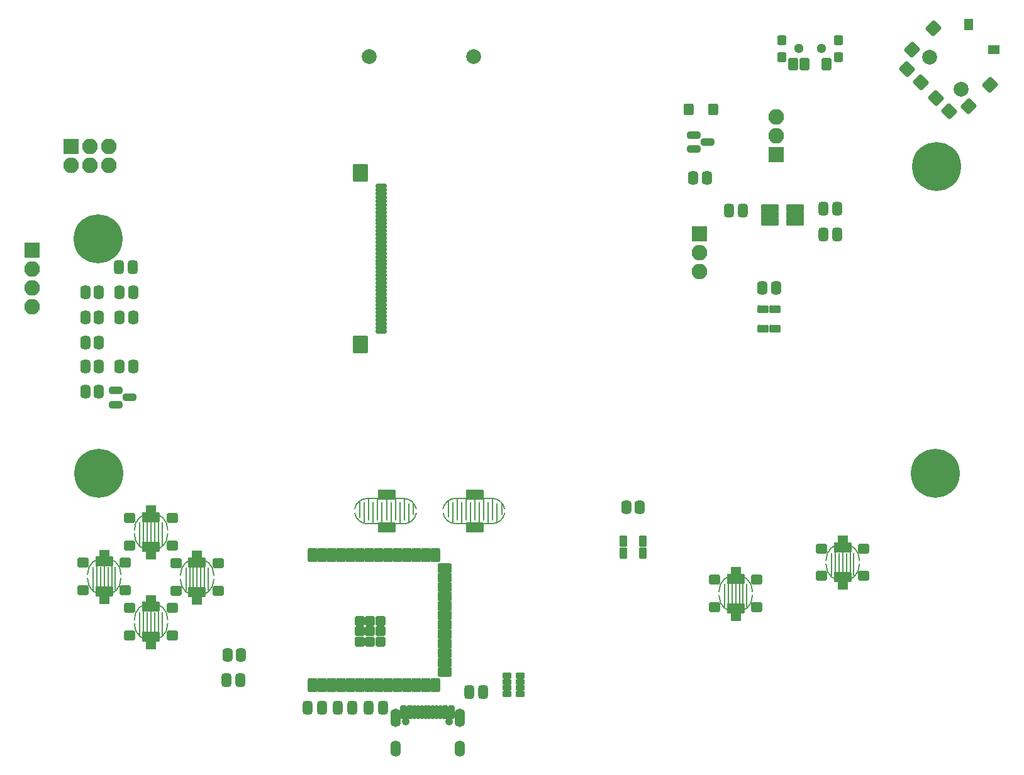
<source format=gbr>
%TF.GenerationSoftware,KiCad,Pcbnew,(6.0.11)*%
%TF.CreationDate,2023-04-07T14:31:02-05:00*%
%TF.ProjectId,GamePip-Back,47616d65-5069-4702-9d42-61636b2e6b69,rev?*%
%TF.SameCoordinates,Original*%
%TF.FileFunction,Soldermask,Top*%
%TF.FilePolarity,Negative*%
%FSLAX46Y46*%
G04 Gerber Fmt 4.6, Leading zero omitted, Abs format (unit mm)*
G04 Created by KiCad (PCBNEW (6.0.11)) date 2023-04-07 14:31:02*
%MOMM*%
%LPD*%
G01*
G04 APERTURE LIST*
G04 Aperture macros list*
%AMRoundRect*
0 Rectangle with rounded corners*
0 $1 Rounding radius*
0 $2 $3 $4 $5 $6 $7 $8 $9 X,Y pos of 4 corners*
0 Add a 4 corners polygon primitive as box body*
4,1,4,$2,$3,$4,$5,$6,$7,$8,$9,$2,$3,0*
0 Add four circle primitives for the rounded corners*
1,1,$1+$1,$2,$3*
1,1,$1+$1,$4,$5*
1,1,$1+$1,$6,$7*
1,1,$1+$1,$8,$9*
0 Add four rect primitives between the rounded corners*
20,1,$1+$1,$2,$3,$4,$5,0*
20,1,$1+$1,$4,$5,$6,$7,0*
20,1,$1+$1,$6,$7,$8,$9,0*
20,1,$1+$1,$8,$9,$2,$3,0*%
G04 Aperture macros list end*
%ADD10C,0.200000*%
%ADD11RoundRect,0.200000X-1.000000X-0.500000X1.000000X-0.500000X1.000000X0.500000X-1.000000X0.500000X0*%
%ADD12RoundRect,0.200000X-0.500000X-0.500000X0.500000X-0.500000X0.500000X0.500000X-0.500000X0.500000X0*%
%ADD13RoundRect,0.200000X-0.550000X-0.450000X0.550000X-0.450000X0.550000X0.450000X-0.550000X0.450000X0*%
%ADD14RoundRect,0.200000X0.450000X-0.750000X0.450000X0.750000X-0.450000X0.750000X-0.450000X-0.750000X0*%
%ADD15RoundRect,0.200000X0.750000X0.450000X-0.750000X0.450000X-0.750000X-0.450000X0.750000X-0.450000X0*%
%ADD16RoundRect,0.200000X-0.450000X0.750000X-0.450000X-0.750000X0.450000X-0.750000X0.450000X0.750000X0*%
%ADD17RoundRect,0.200000X-0.450000X0.450000X-0.450000X-0.450000X0.450000X-0.450000X0.450000X0.450000X0*%
%ADD18RoundRect,0.200000X-1.000000X-0.325000X1.000000X-0.325000X1.000000X0.325000X-1.000000X0.325000X0*%
%ADD19C,1.300000*%
%ADD20RoundRect,0.200000X-0.450000X-0.625000X0.450000X-0.625000X0.450000X0.625000X-0.450000X0.625000X0*%
%ADD21RoundRect,0.200000X-0.400000X-0.450000X0.400000X-0.450000X0.400000X0.450000X-0.400000X0.450000X0*%
%ADD22RoundRect,0.200000X-0.883883X0.035355X0.035355X-0.883883X0.883883X-0.035355X-0.035355X0.883883X0*%
%ADD23C,2.000000*%
%ADD24RoundRect,0.200000X-0.883883X-0.035355X-0.035355X-0.883883X0.883883X0.035355X0.035355X0.883883X0*%
%ADD25RoundRect,0.200000X-0.600000X-0.425000X0.600000X-0.425000X0.600000X0.425000X-0.600000X0.425000X0*%
%ADD26RoundRect,0.200000X-0.425000X0.600000X-0.425000X-0.600000X0.425000X-0.600000X0.425000X0.600000X0*%
%ADD27RoundRect,0.200000X0.400000X0.250000X-0.400000X0.250000X-0.400000X-0.250000X0.400000X-0.250000X0*%
%ADD28RoundRect,0.200000X0.400000X0.200000X-0.400000X0.200000X-0.400000X-0.200000X0.400000X-0.200000X0*%
%ADD29RoundRect,0.450000X0.262500X0.450000X-0.262500X0.450000X-0.262500X-0.450000X0.262500X-0.450000X0*%
%ADD30RoundRect,0.450000X-0.262500X-0.450000X0.262500X-0.450000X0.262500X0.450000X-0.262500X0.450000X0*%
%ADD31RoundRect,0.350000X-0.587500X-0.150000X0.587500X-0.150000X0.587500X0.150000X-0.587500X0.150000X0*%
%ADD32RoundRect,0.200000X0.850000X0.850000X-0.850000X0.850000X-0.850000X-0.850000X0.850000X-0.850000X0*%
%ADD33O,2.100000X2.100000*%
%ADD34RoundRect,0.200000X0.850000X-0.850000X0.850000X0.850000X-0.850000X0.850000X-0.850000X-0.850000X0*%
%ADD35C,6.600000*%
%ADD36RoundRect,0.200000X-0.850000X-0.850000X0.850000X-0.850000X0.850000X0.850000X-0.850000X0.850000X0*%
%ADD37C,1.050000*%
%ADD38RoundRect,0.200000X-0.125000X-0.700000X0.125000X-0.700000X0.125000X0.700000X-0.125000X0.700000X0*%
%ADD39O,1.400000X2.500000*%
%ADD40O,1.400000X2.200000*%
%ADD41RoundRect,0.200000X-0.550000X0.125000X-0.550000X-0.125000X0.550000X-0.125000X0.550000X0.125000X0*%
%ADD42RoundRect,0.200000X-0.800000X1.000000X-0.800000X-1.000000X0.800000X-1.000000X0.800000X1.000000X0*%
%ADD43RoundRect,0.200000X0.550000X-0.350000X0.550000X0.350000X-0.550000X0.350000X-0.550000X-0.350000X0*%
%ADD44RoundRect,0.200000X-0.350000X-0.550000X0.350000X-0.550000X0.350000X0.550000X-0.350000X0.550000X0*%
%ADD45RoundRect,0.200000X0.450000X0.600000X-0.450000X0.600000X-0.450000X-0.600000X0.450000X-0.600000X0*%
%ADD46RoundRect,0.450000X0.250000X0.475000X-0.250000X0.475000X-0.250000X-0.475000X0.250000X-0.475000X0*%
%ADD47RoundRect,0.450000X-0.250000X-0.475000X0.250000X-0.475000X0.250000X0.475000X-0.250000X0.475000X0*%
G04 APERTURE END LIST*
D10*
%TO.C,SW7*%
X136195128Y-121987221D02*
X141095128Y-121998945D01*
X129300000Y-121500000D02*
X129300000Y-118700000D01*
X128700000Y-119100000D02*
X128700000Y-121900000D01*
X129900000Y-119300000D02*
X129900000Y-121800000D01*
X135195128Y-121087221D02*
X135195128Y-118887221D01*
X137595128Y-121487221D02*
X137595128Y-118687221D01*
X139395128Y-119087221D02*
X139395128Y-121887221D01*
X140595128Y-119087221D02*
X140595128Y-121887221D01*
X136395128Y-121487221D02*
X136395128Y-118687221D01*
X128100000Y-121500000D02*
X128100000Y-118700000D01*
X135795128Y-119087221D02*
X135795128Y-121887221D01*
X124500000Y-121500000D02*
X124500000Y-118700000D01*
X136995128Y-119087221D02*
X136995128Y-121987221D01*
X125100000Y-119100000D02*
X125100000Y-122000000D01*
X141095128Y-118587221D02*
X136195128Y-118587221D01*
X129200000Y-118600000D02*
X124300000Y-118600000D01*
X126900000Y-121500000D02*
X126900000Y-118700000D01*
X123300000Y-121100000D02*
X123300000Y-118900000D01*
X130500000Y-120700000D02*
X130500000Y-119300000D01*
X141795128Y-119287221D02*
X141795128Y-121787221D01*
X141195128Y-121487221D02*
X141195128Y-118687221D01*
X138795128Y-121487221D02*
X138795128Y-118687221D01*
X139995128Y-121487221D02*
X139995128Y-118687221D01*
X138195128Y-119087221D02*
X138195128Y-121887221D01*
X127500000Y-119100000D02*
X127500000Y-121900000D01*
X124300000Y-122000000D02*
X129200000Y-122011724D01*
X142395128Y-120687221D02*
X142395128Y-119287221D01*
X126300000Y-119100000D02*
X126300000Y-121900000D01*
X123900000Y-119100000D02*
X123900000Y-121900000D01*
X125700000Y-121500000D02*
X125700000Y-118700000D01*
X136195128Y-118587216D02*
G75*
G03*
X134495128Y-119987221I2J-1732144D01*
G01*
X141095128Y-121998942D02*
G75*
G03*
X142795128Y-120587221I2J1729432D01*
G01*
X122623411Y-120600000D02*
G75*
G03*
X124300000Y-122000000I1676588J303910D01*
G01*
X130888356Y-120000000D02*
G75*
G03*
X129200000Y-118600000I-1688355J-318051D01*
G01*
X129200000Y-122011725D02*
G75*
G03*
X130900000Y-120600000I1J1729432D01*
G01*
X134518541Y-120587220D02*
G75*
G03*
X136195128Y-121987221I1676589J303910D01*
G01*
X142783483Y-119987221D02*
G75*
G03*
X141095128Y-118587221I-1688353J-318049D01*
G01*
X124300000Y-118599999D02*
G75*
G03*
X122600000Y-120000000I-1J-1732142D01*
G01*
%TO.C,SW5*%
X101400000Y-127700000D02*
X101400000Y-130450000D01*
X102900000Y-127950000D02*
X102900000Y-130950000D01*
X99900000Y-127950000D02*
X99900000Y-130950000D01*
X102400000Y-126950000D02*
X102400000Y-130450000D01*
X100900000Y-127950000D02*
X100900000Y-130700000D01*
X100400000Y-126950000D02*
X100400000Y-130450000D01*
X101900000Y-127950000D02*
X101900000Y-130700000D01*
X103650000Y-128950000D02*
G75*
G03*
X99150000Y-128950000I-2250000J0D01*
G01*
X99150000Y-129450000D02*
G75*
G03*
X103650000Y-129450000I2250000J0D01*
G01*
%TO.C,SW6*%
X188300000Y-125700000D02*
X188300000Y-128450000D01*
X189800000Y-125950000D02*
X189800000Y-128950000D01*
X186800000Y-125950000D02*
X186800000Y-128950000D01*
X189300000Y-124950000D02*
X189300000Y-128450000D01*
X187800000Y-125950000D02*
X187800000Y-128700000D01*
X187300000Y-124950000D02*
X187300000Y-128450000D01*
X188800000Y-125950000D02*
X188800000Y-128700000D01*
X190550000Y-126950000D02*
G75*
G03*
X186050000Y-126950000I-2250000J0D01*
G01*
X186050000Y-127450000D02*
G75*
G03*
X190550000Y-127450000I2250000J0D01*
G01*
%TO.C,SW4*%
X173900000Y-129900000D02*
X173900000Y-132650000D01*
X175400000Y-130150000D02*
X175400000Y-133150000D01*
X172400000Y-130150000D02*
X172400000Y-133150000D01*
X174900000Y-129150000D02*
X174900000Y-132650000D01*
X173400000Y-130150000D02*
X173400000Y-132900000D01*
X172900000Y-129150000D02*
X172900000Y-132650000D01*
X174400000Y-130150000D02*
X174400000Y-132900000D01*
X176150000Y-131150000D02*
G75*
G03*
X171650000Y-131150000I-2250000J0D01*
G01*
X171650000Y-131650000D02*
G75*
G03*
X176150000Y-131650000I2250000J0D01*
G01*
%TO.C,SW3*%
X88900000Y-127600000D02*
X88900000Y-130350000D01*
X90400000Y-127850000D02*
X90400000Y-130850000D01*
X87400000Y-127850000D02*
X87400000Y-130850000D01*
X89900000Y-126850000D02*
X89900000Y-130350000D01*
X88400000Y-127850000D02*
X88400000Y-130600000D01*
X87900000Y-126850000D02*
X87900000Y-130350000D01*
X89400000Y-127850000D02*
X89400000Y-130600000D01*
X91150000Y-128850000D02*
G75*
G03*
X86650000Y-128850000I-2250000J0D01*
G01*
X86650000Y-129350000D02*
G75*
G03*
X91150000Y-129350000I2250000J0D01*
G01*
%TO.C,SW2*%
X95200000Y-133700000D02*
X95200000Y-136450000D01*
X96700000Y-133950000D02*
X96700000Y-136950000D01*
X93700000Y-133950000D02*
X93700000Y-136950000D01*
X96200000Y-132950000D02*
X96200000Y-136450000D01*
X94700000Y-133950000D02*
X94700000Y-136700000D01*
X94200000Y-132950000D02*
X94200000Y-136450000D01*
X95700000Y-133950000D02*
X95700000Y-136700000D01*
X97450000Y-134950000D02*
G75*
G03*
X92950000Y-134950000I-2250000J0D01*
G01*
X92950000Y-135450000D02*
G75*
G03*
X97450000Y-135450000I2250000J0D01*
G01*
%TO.C,SW1*%
X95200000Y-121600000D02*
X95200000Y-124350000D01*
X96700000Y-121850000D02*
X96700000Y-124850000D01*
X93700000Y-121850000D02*
X93700000Y-124850000D01*
X96200000Y-120850000D02*
X96200000Y-124350000D01*
X94700000Y-121850000D02*
X94700000Y-124600000D01*
X94200000Y-120850000D02*
X94200000Y-124350000D01*
X95700000Y-121850000D02*
X95700000Y-124600000D01*
X97450000Y-122850000D02*
G75*
G03*
X92950000Y-122850000I-2250000J0D01*
G01*
X92950000Y-123350000D02*
G75*
G03*
X97450000Y-123350000I2250000J0D01*
G01*
%TD*%
D11*
%TO.C,SW7*%
X126900000Y-118100000D03*
X126900000Y-122500000D03*
X138800000Y-122500000D03*
X138800000Y-118100000D03*
%TD*%
%TO.C,SW5*%
X101400000Y-131200000D03*
X101400000Y-127200000D03*
D12*
X101400000Y-126300000D03*
D13*
X104250000Y-127350000D03*
X98550000Y-127350000D03*
X98550000Y-131050000D03*
X104250000Y-131050000D03*
D12*
X101400000Y-132200000D03*
%TD*%
D11*
%TO.C,SW6*%
X188300000Y-129200000D03*
X188300000Y-125200000D03*
D12*
X188300000Y-124300000D03*
D13*
X191150000Y-125350000D03*
X185450000Y-125350000D03*
X185450000Y-129050000D03*
X191150000Y-129050000D03*
D12*
X188300000Y-130200000D03*
%TD*%
D11*
%TO.C,SW4*%
X173900000Y-133400000D03*
X173900000Y-129400000D03*
D12*
X173900000Y-128500000D03*
D13*
X176750000Y-129550000D03*
X171050000Y-129550000D03*
X171050000Y-133250000D03*
X176750000Y-133250000D03*
D12*
X173900000Y-134400000D03*
%TD*%
D11*
%TO.C,SW3*%
X88900000Y-131100000D03*
X88900000Y-127100000D03*
D12*
X88900000Y-126200000D03*
D13*
X91750000Y-127250000D03*
X86050000Y-127250000D03*
X86050000Y-130950000D03*
X91750000Y-130950000D03*
D12*
X88900000Y-132100000D03*
%TD*%
D11*
%TO.C,SW2*%
X95200000Y-137200000D03*
X95200000Y-133200000D03*
D12*
X95200000Y-132300000D03*
D13*
X98050000Y-133350000D03*
X92350000Y-133350000D03*
X92350000Y-137050000D03*
X98050000Y-137050000D03*
D12*
X95200000Y-138200000D03*
%TD*%
D11*
%TO.C,SW1*%
X95200000Y-125100000D03*
X95200000Y-121100000D03*
D12*
X95200000Y-120200000D03*
D13*
X98050000Y-121250000D03*
X92350000Y-121250000D03*
X92350000Y-124950000D03*
X98050000Y-124950000D03*
D12*
X95200000Y-126100000D03*
%TD*%
D14*
%TO.C,U2*%
X133450000Y-143750000D03*
X132180000Y-143750000D03*
X130910000Y-143750000D03*
X129640000Y-143750000D03*
X128370000Y-143750000D03*
X127100000Y-143750000D03*
X125830000Y-143750000D03*
X124560000Y-143750000D03*
X123290000Y-143750000D03*
X122020000Y-143750000D03*
X120750000Y-143750000D03*
X119480000Y-143750000D03*
X118210000Y-143750000D03*
X116940000Y-143750000D03*
D15*
X134700000Y-141985000D03*
X134700000Y-140715000D03*
X134700000Y-139445000D03*
X134700000Y-138175000D03*
X134700000Y-136905000D03*
X134700000Y-135635000D03*
X134700000Y-134365000D03*
X134700000Y-133095000D03*
X134700000Y-131825000D03*
X134700000Y-130555000D03*
D16*
X133450000Y-126250000D03*
X132180000Y-126250000D03*
X130910000Y-126250000D03*
X129640000Y-126250000D03*
X128370000Y-126250000D03*
X127100000Y-126250000D03*
X125830000Y-126250000D03*
X124560000Y-126250000D03*
X123290000Y-126250000D03*
X122020000Y-126250000D03*
X120750000Y-126250000D03*
X119480000Y-126250000D03*
X118210000Y-126250000D03*
X116940000Y-126250000D03*
D17*
X124660000Y-136500000D03*
D15*
X134700000Y-129285000D03*
X134700000Y-128015000D03*
D17*
X124660000Y-135100000D03*
X123260000Y-135100000D03*
X123260000Y-136500000D03*
X123260000Y-137900000D03*
X124660000Y-137900000D03*
X126060000Y-137900000D03*
X126060000Y-136500000D03*
X126060000Y-135100000D03*
%TD*%
D18*
%TO.C,U1*%
X178490000Y-79450000D03*
X178490000Y-80400000D03*
X178490000Y-81350000D03*
X181910000Y-81350000D03*
X181910000Y-80400000D03*
X181910000Y-79450000D03*
%TD*%
D19*
%TO.C,SW10*%
X185400000Y-58000000D03*
X182400000Y-58000000D03*
D20*
X181650000Y-60125000D03*
X183150000Y-60125000D03*
X186150000Y-60125000D03*
D21*
X180100000Y-59150000D03*
X180100000Y-56850000D03*
X187700000Y-56850000D03*
X187710000Y-59150000D03*
%TD*%
D22*
%TO.C,SW9*%
X198777596Y-62536439D03*
X200863561Y-64622404D03*
X202649006Y-66407848D03*
X196992152Y-60750994D03*
D23*
X199962000Y-59195359D03*
D24*
X208164439Y-62872314D03*
X205265301Y-65771452D03*
D23*
X204204641Y-63438000D03*
D25*
X208665301Y-58134699D03*
D24*
X200527686Y-55235561D03*
X197628548Y-58134699D03*
D26*
X205265301Y-54734699D03*
%TD*%
D27*
%TO.C,RN1*%
X144900000Y-144900000D03*
D28*
X144900000Y-144100000D03*
X144900000Y-143300000D03*
D27*
X144900000Y-142500000D03*
X143100000Y-142500000D03*
D28*
X143100000Y-143300000D03*
X143100000Y-144100000D03*
D27*
X143100000Y-144900000D03*
%TD*%
D29*
%TO.C,R12*%
X179325000Y-90200000D03*
X177500000Y-90200000D03*
%TD*%
D30*
%TO.C,R11*%
X159187500Y-119800000D03*
X161012500Y-119800000D03*
%TD*%
D29*
%TO.C,R10*%
X107312500Y-139700000D03*
X105487500Y-139700000D03*
%TD*%
D30*
%TO.C,R9*%
X86375000Y-104200000D03*
X88200000Y-104200000D03*
%TD*%
%TO.C,R8*%
X86375000Y-100800000D03*
X88200000Y-100800000D03*
%TD*%
D29*
%TO.C,R7*%
X92800000Y-100800000D03*
X90975000Y-100800000D03*
%TD*%
D30*
%TO.C,R6*%
X90975000Y-94200000D03*
X92800000Y-94200000D03*
%TD*%
D29*
%TO.C,R5*%
X92800000Y-90800000D03*
X90975000Y-90800000D03*
%TD*%
D30*
%TO.C,R4*%
X168175000Y-75400000D03*
X170000000Y-75400000D03*
%TD*%
%TO.C,R3*%
X86375000Y-97600000D03*
X88200000Y-97600000D03*
%TD*%
%TO.C,R2*%
X86375000Y-94200000D03*
X88200000Y-94200000D03*
%TD*%
%TO.C,R1*%
X88200000Y-90800000D03*
X86375000Y-90800000D03*
%TD*%
D31*
%TO.C,Q2*%
X90462500Y-104050000D03*
X90462500Y-105950000D03*
X92337500Y-105000000D03*
%TD*%
%TO.C,Q1*%
X168262500Y-69650000D03*
X168262500Y-71550000D03*
X170137500Y-70600000D03*
%TD*%
D32*
%TO.C,J14*%
X179375000Y-72325000D03*
D33*
X179375000Y-69785000D03*
X179375000Y-67245000D03*
%TD*%
D34*
%TO.C,J13*%
X84475000Y-71210000D03*
D33*
X84475000Y-73750000D03*
X87015000Y-71210000D03*
X87015000Y-73750000D03*
X89555000Y-71210000D03*
X89555000Y-73750000D03*
%TD*%
D35*
%TO.C,J12*%
X88200000Y-115200000D03*
%TD*%
%TO.C,J11*%
X200800000Y-115200000D03*
%TD*%
%TO.C,J10*%
X200900000Y-73900000D03*
%TD*%
%TO.C,J9*%
X88100000Y-83600000D03*
%TD*%
D36*
%TO.C,J8*%
X79200000Y-85120000D03*
D33*
X79200000Y-87660000D03*
X79200000Y-90200000D03*
X79200000Y-92740000D03*
%TD*%
D36*
%TO.C,J3*%
X169000000Y-82960000D03*
D33*
X169000000Y-85500000D03*
X169000000Y-88040000D03*
%TD*%
D37*
%TO.C,J2*%
X135290000Y-148612500D03*
X129510000Y-148612500D03*
D38*
X129075000Y-147412500D03*
X129875000Y-147412500D03*
X131150000Y-147412500D03*
X132150000Y-147412500D03*
X132650000Y-147412500D03*
X130650000Y-147412500D03*
X134925000Y-147412500D03*
X135725000Y-147412500D03*
X135475000Y-147412500D03*
X134675000Y-147412500D03*
X134150000Y-147412500D03*
X133150000Y-147412500D03*
X131650000Y-147412500D03*
X133650000Y-147412500D03*
X130125000Y-147412500D03*
X129325000Y-147412500D03*
D39*
X136720000Y-148112500D03*
D40*
X128080000Y-152262500D03*
D39*
X128080000Y-148112500D03*
D40*
X136720000Y-152262500D03*
%TD*%
D41*
%TO.C,J1*%
X126150000Y-96050000D03*
X126150000Y-95550000D03*
X126150000Y-95050000D03*
X126150000Y-94550000D03*
X126150000Y-94050000D03*
X126150000Y-93550000D03*
X126150000Y-93050000D03*
X126150000Y-92550000D03*
X126150000Y-92050000D03*
X126150000Y-91550000D03*
X126150000Y-91050000D03*
X126150000Y-90550000D03*
X126150000Y-90050000D03*
X126150000Y-89550000D03*
X126150000Y-89050000D03*
X126150000Y-88550000D03*
X126150000Y-88050000D03*
X126150000Y-87550000D03*
X126150000Y-87050000D03*
X126150000Y-86550000D03*
X126150000Y-86050000D03*
X126150000Y-85550000D03*
X126150000Y-85050000D03*
X126150000Y-84550000D03*
X126150000Y-84050000D03*
X126150000Y-83550000D03*
X126150000Y-83050000D03*
X126150000Y-82550000D03*
X126150000Y-82050000D03*
X126150000Y-81550000D03*
X126150000Y-81050000D03*
X126150000Y-80550000D03*
X126150000Y-80050000D03*
X126150000Y-79550000D03*
X126150000Y-79050000D03*
X126150000Y-78550000D03*
X126150000Y-78050000D03*
X126150000Y-77550000D03*
X126150000Y-77050000D03*
X126150000Y-76550000D03*
D42*
X123370000Y-74725000D03*
X123370000Y-97875000D03*
%TD*%
D43*
%TO.C,D3*%
X179200000Y-95700000D03*
X179200000Y-93100000D03*
X177600000Y-95700000D03*
X177600000Y-93100000D03*
%TD*%
D44*
%TO.C,D2*%
X158805000Y-125970000D03*
X161405000Y-125970000D03*
X158805000Y-124370000D03*
X161405000Y-124370000D03*
%TD*%
D45*
%TO.C,D1*%
X170850000Y-66200000D03*
X167550000Y-66200000D03*
%TD*%
D46*
%TO.C,C9*%
X107250000Y-143100000D03*
X105350000Y-143100000D03*
%TD*%
%TO.C,C8*%
X118200000Y-146800000D03*
X116300000Y-146800000D03*
%TD*%
D47*
%TO.C,C7*%
X120350000Y-146800000D03*
X122250000Y-146800000D03*
%TD*%
%TO.C,C6*%
X138000000Y-144700000D03*
X139900000Y-144700000D03*
%TD*%
D46*
%TO.C,C5*%
X126400000Y-146800000D03*
X124500000Y-146800000D03*
%TD*%
%TO.C,C4*%
X174900000Y-79800000D03*
X173000000Y-79800000D03*
%TD*%
D47*
%TO.C,C3*%
X185700000Y-79600000D03*
X187600000Y-79600000D03*
%TD*%
%TO.C,C2*%
X187600000Y-83000000D03*
X185700000Y-83000000D03*
%TD*%
%TO.C,C1*%
X90850000Y-87400000D03*
X92750000Y-87400000D03*
%TD*%
D23*
%TO.C,BT1*%
X124525000Y-59075000D03*
X138625000Y-59075000D03*
%TD*%
M02*

</source>
